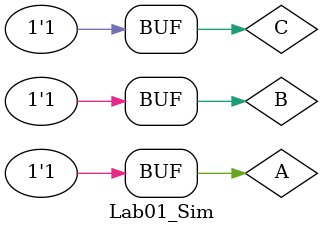
<source format=sv>
`timescale 1ns / 1ps


module Lab01_Sim; //no ports to test module

    //declare inputs and outputs to give to your module
    //can be the same names as the ports of the module under test
    logic A, B, C; 
    logic Q;
    
    //Instantiate your module undertest
    Lab01 Lab01_inst (  .A(A), .B(B), .C(C), .Q(Q)  );


    //list your test cases
    initial 
        begin
        A = 0; B = 0; C = 0;
        #10
        
        A = 0; B = 0; C = 1;
        #10
             
        A = 0; B = 1; C = 0;
        #10
        
        A = 0; B = 1; C = 1;
        #10
        
        A = 1; B = 0; C = 0;
        #10
        
        A = 1; B = 0; C = 1;
        #10
        
        A = 1; B = 1; C = 0;
        #10
        
        A = 1; B = 1; C = 1;
        #10
       
       //add more test cases     
           
            
        $display("Finished");  
      end                                 
    
endmodule
</source>
